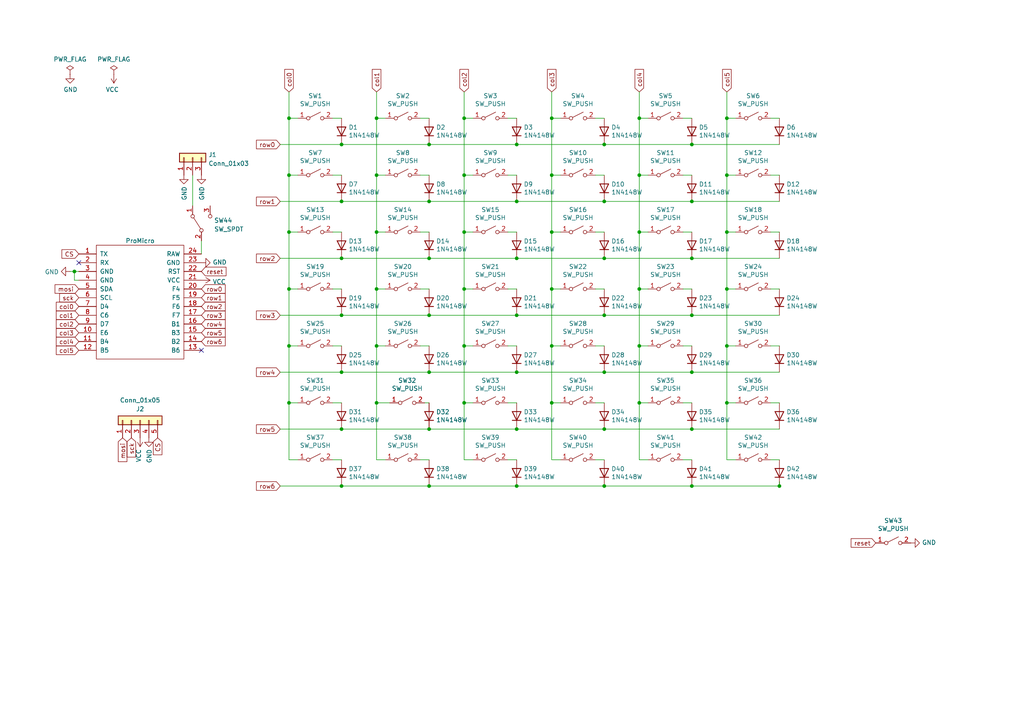
<source format=kicad_sch>
(kicad_sch (version 20211123) (generator eeschema)
  (paper "A4")
  (title_block (title "REVIUNG41") (date "2019-12-18") (rev "1.3"))
  (lib_symbols
    (symbol "Connector_Generic:Conn_01x03" (pin_names (offset 1.016) hide)
      (property "Reference" "J" (at 0 5.08 0))
      (property "Value" "Conn_01x03" (at 0 -5.08 0))
      (symbol "Conn_01x03_1_1"
        (rectangle (start -1.27 -2.413) (end 0 -2.667) (stroke (width 0.1524)))
        (rectangle (start -1.27 0.127) (end 0 -0.127) (stroke (width 0.1524)))
        (rectangle (start -1.27 2.667) (end 0 2.413) (stroke (width 0.1524)))
        (rectangle (start -1.27 3.81) (end 1.27 -3.81) (stroke (width 0.254)) (fill (type background)))
        (pin passive line (at -5.08 2.54 0) (length 3.81) (name "Pin_1") (number "1"))
        (pin passive line (at -5.08 0 0) (length 3.81) (name "Pin_2") (number "2"))
        (pin passive line (at -5.08 -2.54 0) (length 3.81) (name "Pin_3") (number "3"))
      )
    )
    (symbol "Connector_Generic:Conn_01x05" (pin_names (offset 1.016) hide)
      (property "Reference" "J" (at 0 7.62 0))
      (property "Value" "Conn_01x05" (at 0 -7.62 0))
      (symbol "Conn_01x05_1_1"
        (rectangle (start -1.27 -4.953) (end 0 -5.207) (stroke (width 0.1524)))
        (rectangle (start -1.27 -2.413) (end 0 -2.667) (stroke (width 0.1524)))
        (rectangle (start -1.27 0.127) (end 0 -0.127) (stroke (width 0.1524)))
        (rectangle (start -1.27 2.667) (end 0 2.413) (stroke (width 0.1524)))
        (rectangle (start -1.27 5.207) (end 0 4.953) (stroke (width 0.1524)))
        (rectangle (start -1.27 6.35) (end 1.27 -6.35) (stroke (width 0.254)) (fill (type background)))
        (pin passive line (at -5.08 5.08 0) (length 3.81) (name "Pin_1") (number "1"))
        (pin passive line (at -5.08 2.54 0) (length 3.81) (name "Pin_2") (number "2"))
        (pin passive line (at -5.08 0 0) (length 3.81) (name "Pin_3") (number "3"))
        (pin passive line (at -5.08 -2.54 0) (length 3.81) (name "Pin_4") (number "4"))
        (pin passive line (at -5.08 -5.08 0) (length 3.81) (name "Pin_5") (number "5"))
      )
    )
    (symbol "Diode:1N4148W" (pin_numbers hide) (pin_names hide)
      (property "Reference" "D" (at 0 2.54 0))
      (property "Value" "1N4148W" (at 0 -2.54 0))
      (symbol "1N4148W_0_1"
        (polyline (pts (xy -1.27 1.27) (xy -1.27 -1.27)) (stroke (width 0.254)))
        (polyline (pts (xy 1.27 0) (xy -1.27 0)))
        (polyline (pts (xy 1.27 1.27) (xy 1.27 -1.27) (xy -1.27 0) (xy 1.27 1.27)) (stroke (width 0.254)))
      )
      (symbol "1N4148W_1_1"
        (pin passive line (at -3.81 0 0) (length 2.54) (name "K") (number "1"))
        (pin passive line (at 3.81 0 180) (length 2.54) (name "A") (number "2"))
      )
    )
    (symbol "Switch:SW_SPDT" (pin_names (offset 0) hide)
      (property "Reference" "SW" (at 0 4.318 0))
      (property "Value" "SW_SPDT" (at 0 -5.08 0))
      (symbol "SW_SPDT_0_0"
        (circle (center -2.032 0) (radius 0.508))
        (circle (center 2.032 -2.54) (radius 0.508))
      )
      (symbol "SW_SPDT_0_1"
        (polyline (pts (xy -1.524 0.254) (xy 1.651 2.286)))
        (circle (center 2.032 2.54) (radius 0.508))
      )
      (symbol "SW_SPDT_1_1"
        (pin passive line (at 5.08 2.54 180) (length 2.54) (name "A") (number "1"))
        (pin passive line (at -5.08 0 0) (length 2.54) (name "B") (number "2"))
        (pin passive line (at 5.08 -2.54 180) (length 2.54) (name "C") (number "3"))
      )
    )
    (symbol "Switch:SW_SPST" (pin_names (offset 0) hide)
      (property "Reference" "SW" (at 0 3.175 0))
      (property "Value" "SW_SPST" (at 0 -2.54 0))
      (symbol "SW_SPST_0_0"
        (circle (center -2.032 0) (radius 0.508))
        (polyline (pts (xy -1.524 0.254) (xy 1.524 1.778)))
        (circle (center 2.032 0) (radius 0.508))
      )
      (symbol "SW_SPST_1_1"
        (pin passive line (at -5.08 0 0) (length 2.54) (name "A") (number "1"))
        (pin passive line (at 5.08 0 180) (length 2.54) (name "B") (number "2"))
      )
    )
    (symbol "power:GND" (power) (pin_names (offset 0))
      (property "Value" "GND" (at 0 -3.81 0))
      (symbol "GND_0_1"
        (polyline (pts (xy 0 0) (xy 0 -1.27) (xy 1.27 -1.27) (xy 0 -2.54) (xy -1.27 -1.27) (xy 0 -1.27)))
      )
      (symbol "GND_1_1"
        (pin power_in line (at 0 0 270) (length 0) hide (name "GND") (number "1"))
      )
    )
    (symbol "power:PWR_FLAG" (power) (pin_numbers hide) (pin_names (offset 0) hide)
      (property "Value" "PWR_FLAG" (at 0 3.81 0))
      (symbol "PWR_FLAG_0_0"
        (pin power_out line (at 0 0 90) (length 0) (name "pwr") (number "1"))
      )
      (symbol "PWR_FLAG_0_1"
        (polyline (pts (xy 0 0) (xy 0 1.27) (xy -1.016 1.905) (xy 0 2.54) (xy 1.016 1.905) (xy 0 1.27)))
      )
    )
    (symbol "power:VCC" (power) (pin_names (offset 0))
      (property "Value" "VCC" (at 0 3.81 0))
      (symbol "VCC_0_1"
        (polyline (pts (xy -0.762 1.27) (xy 0 2.54)))
        (polyline (pts (xy 0 0) (xy 0 2.54)))
        (polyline (pts (xy 0 2.54) (xy 0.762 1.27)))
      )
      (symbol "VCC_1_1"
        (pin power_in line (at 0 0 90) (length 0) hide (name "VCC") (number "1"))
      )
    )
    (symbol "promicro:ProMicro" (pin_names (offset 1.016))
      (property "Reference" "U" (at 0 24.13 0))
      (property "Value" "ProMicro" (at 0 -13.97 0))
      (symbol "ProMicro_0_1"
        (rectangle (start -12.7 21.59) (end 12.7 -11.43))
      )
      (symbol "ProMicro_1_1"
        (pin bidirectional line (at -17.78 19.05 0) (length 5.08) (name "TX") (number "1"))
        (pin bidirectional line (at -17.78 -3.81 0) (length 5.08) (name "E6") (number "10"))
        (pin bidirectional line (at -17.78 -6.35 0) (length 5.08) (name "B4") (number "11"))
        (pin bidirectional line (at -17.78 -8.89 0) (length 5.08) (name "B5") (number "12"))
        (pin bidirectional line (at 17.78 -8.89 180) (length 5.08) (name "B6") (number "13"))
        (pin bidirectional line (at 17.78 -6.35 180) (length 5.08) (name "B2") (number "14"))
        (pin bidirectional line (at 17.78 -3.81 180) (length 5.08) (name "B3") (number "15"))
        (pin bidirectional line (at 17.78 -1.27 180) (length 5.08) (name "B1") (number "16"))
        (pin bidirectional line (at 17.78 1.27 180) (length 5.08) (name "F7") (number "17"))
        (pin bidirectional line (at 17.78 3.81 180) (length 5.08) (name "F6") (number "18"))
        (pin bidirectional line (at 17.78 6.35 180) (length 5.08) (name "F5") (number "19"))
        (pin bidirectional line (at -17.78 16.51 0) (length 5.08) (name "RX") (number "2"))
        (pin bidirectional line (at 17.78 8.89 180) (length 5.08) (name "F4") (number "20"))
        (pin power_in line (at 17.78 11.43 180) (length 5.08) (name "VCC") (number "21"))
        (pin input line (at 17.78 13.97 180) (length 5.08) (name "RST") (number "22"))
        (pin power_in line (at 17.78 16.51 180) (length 5.08) (name "GND") (number "23"))
        (pin power_out line (at 17.78 19.05 180) (length 5.08) (name "RAW") (number "24"))
        (pin power_in line (at -17.78 13.97 0) (length 5.08) (name "GND") (number "3"))
        (pin power_in line (at -17.78 11.43 0) (length 5.08) (name "GND") (number "4"))
        (pin bidirectional line (at -17.78 8.89 0) (length 5.08) (name "SDA") (number "5"))
        (pin bidirectional line (at -17.78 6.35 0) (length 5.08) (name "SCL") (number "6"))
        (pin bidirectional line (at -17.78 3.81 0) (length 5.08) (name "D4") (number "7"))
        (pin bidirectional line (at -17.78 1.27 0) (length 5.08) (name "C6") (number "8"))
        (pin bidirectional line (at -17.78 -1.27 0) (length 5.08) (name "D7") (number "9"))
      )
    )
  )
  (junction (at 160.02 67.31))
  (junction (at 83.82 67.31))
  (junction (at 185.42 100.33))
  (junction (at 109.22 67.31))
  (junction (at 134.62 67.31))
  (junction (at 134.62 34.29))
  (junction (at 109.22 50.8))
  (junction (at 99.06 74.93))
  (junction (at 210.82 50.8))
  (junction (at 160.02 116.84))
  (junction (at 185.42 83.82))
  (junction (at 21.59 78.74))
  (junction (at 109.22 83.82))
  (junction (at 124.46 91.44))
  (junction (at 175.26 74.93))
  (junction (at 109.22 116.84))
  (junction (at 149.86 41.91))
  (junction (at 99.06 58.42))
  (junction (at 124.46 107.95))
  (junction (at 83.82 100.33))
  (junction (at 149.86 58.42))
  (junction (at 99.06 91.44))
  (junction (at 149.86 140.97))
  (junction (at 124.46 74.93))
  (junction (at 200.66 124.46))
  (junction (at 200.66 91.44))
  (junction (at 185.42 67.31))
  (junction (at 149.86 91.44))
  (junction (at 200.66 74.93))
  (junction (at 175.26 91.44))
  (junction (at 160.02 50.8))
  (junction (at 124.46 58.42))
  (junction (at 149.86 74.93))
  (junction (at 160.02 100.33))
  (junction (at 134.62 116.84))
  (junction (at 185.42 34.29))
  (junction (at 99.06 140.97))
  (junction (at 124.46 41.91))
  (junction (at 83.82 50.8))
  (junction (at 200.66 140.97))
  (junction (at 200.66 58.42))
  (junction (at 160.02 83.82))
  (junction (at 124.46 140.97))
  (junction (at 175.26 41.91))
  (junction (at 109.22 100.33))
  (junction (at 200.66 107.95))
  (junction (at 175.26 107.95))
  (junction (at 160.02 34.29))
  (junction (at 83.82 34.29))
  (junction (at 210.82 100.33))
  (junction (at 175.26 124.46))
  (junction (at 99.06 107.95))
  (junction (at 134.62 100.33))
  (junction (at 134.62 50.8))
  (junction (at 109.22 34.29))
  (junction (at 175.26 140.97))
  (junction (at 185.42 50.8))
  (junction (at 210.82 116.84))
  (junction (at 99.06 124.46))
  (junction (at 200.66 41.91))
  (junction (at 83.82 116.84))
  (junction (at 83.82 83.82))
  (junction (at 210.82 67.31))
  (junction (at 149.86 124.46))
  (junction (at 124.46 124.46))
  (junction (at 175.26 58.42))
  (junction (at 210.82 34.29))
  (junction (at 149.86 107.95))
  (junction (at 134.62 83.82))
  (junction (at 99.06 41.91))
  (junction (at 226.06 140.97))
  (junction (at 185.42 116.84))
  (junction (at 210.82 83.82))
  (no_connect (at 58.42 101.6))
  (no_connect (at 22.86 76.2))
  (wire (pts (xy 109.22 26.67) (xy 109.22 34.29)))
  (wire (pts (xy 81.28 124.46) (xy 99.06 124.46)))
  (wire (pts (xy 198.12 116.84) (xy 200.66 116.84)))
  (wire (pts (xy 213.36 116.84) (xy 210.82 116.84)))
  (wire (pts (xy 185.42 83.82) (xy 185.42 100.33)))
  (wire (pts (xy 113.03 116.84) (xy 109.22 116.84)))
  (wire (pts (xy 109.22 67.31) (xy 109.22 83.82)))
  (wire (pts (xy 160.02 116.84) (xy 160.02 133.35)))
  (wire (pts (xy 121.92 133.35) (xy 124.46 133.35)))
  (wire (pts (xy 200.66 91.44) (xy 226.06 91.44)))
  (wire (pts (xy 175.26 58.42) (xy 200.66 58.42)))
  (wire (pts (xy 187.96 116.84) (xy 185.42 116.84)))
  (wire (pts (xy 223.52 100.33) (xy 226.06 100.33)))
  (wire (pts (xy 81.28 74.93) (xy 99.06 74.93)))
  (wire (pts (xy 121.92 83.82) (xy 124.46 83.82)))
  (wire (pts (xy 96.52 116.84) (xy 99.06 116.84)))
  (wire (pts (xy 137.16 67.31) (xy 134.62 67.31)))
  (wire (pts (xy 185.42 50.8) (xy 185.42 67.31)))
  (wire (pts (xy 223.52 83.82) (xy 226.06 83.82)))
  (wire (pts (xy 172.72 34.29) (xy 175.26 34.29)))
  (wire (pts (xy 200.66 74.93) (xy 226.06 74.93)))
  (wire (pts (xy 223.52 34.29) (xy 226.06 34.29)))
  (wire (pts (xy 172.72 50.8) (xy 175.26 50.8)))
  (wire (pts (xy 210.82 67.31) (xy 210.82 83.82)))
  (wire (pts (xy 121.92 67.31) (xy 124.46 67.31)))
  (wire (pts (xy 81.28 41.91) (xy 99.06 41.91)))
  (wire (pts (xy 111.76 100.33) (xy 109.22 100.33)))
  (wire (pts (xy 160.02 26.67) (xy 160.02 34.29)))
  (wire (pts (xy 99.06 124.46) (xy 124.46 124.46)))
  (wire (pts (xy 147.32 67.31) (xy 149.86 67.31)))
  (wire (pts (xy 172.72 133.35) (xy 175.26 133.35)))
  (wire (pts (xy 160.02 100.33) (xy 160.02 116.84)))
  (wire (pts (xy 210.82 26.67) (xy 210.82 34.29)))
  (wire (pts (xy 109.22 34.29) (xy 109.22 50.8)))
  (wire (pts (xy 160.02 50.8) (xy 160.02 67.31)))
  (wire (pts (xy 210.82 50.8) (xy 210.82 67.31)))
  (wire (pts (xy 187.96 100.33) (xy 185.42 100.33)))
  (wire (pts (xy 22.86 78.74) (xy 21.59 78.74)))
  (wire (pts (xy 109.22 83.82) (xy 109.22 100.33)))
  (wire (pts (xy 172.72 83.82) (xy 175.26 83.82)))
  (wire (pts (xy 213.36 50.8) (xy 210.82 50.8)))
  (wire (pts (xy 162.56 100.33) (xy 160.02 100.33)))
  (wire (pts (xy 21.59 81.28) (xy 21.59 78.74)))
  (wire (pts (xy 137.16 100.33) (xy 134.62 100.33)))
  (wire (pts (xy 160.02 83.82) (xy 160.02 100.33)))
  (wire (pts (xy 121.92 100.33) (xy 124.46 100.33)))
  (wire (pts (xy 83.82 116.84) (xy 83.82 133.35)))
  (wire (pts (xy 175.26 74.93) (xy 200.66 74.93)))
  (wire (pts (xy 200.66 107.95) (xy 226.06 107.95)))
  (wire (pts (xy 99.06 41.91) (xy 124.46 41.91)))
  (wire (pts (xy 223.52 50.8) (xy 226.06 50.8)))
  (wire (pts (xy 124.46 41.91) (xy 149.86 41.91)))
  (wire (pts (xy 172.72 116.84) (xy 175.26 116.84)))
  (wire (pts (xy 210.82 83.82) (xy 210.82 100.33)))
  (wire (pts (xy 81.28 107.95) (xy 99.06 107.95)))
  (wire (pts (xy 160.02 34.29) (xy 160.02 50.8)))
  (wire (pts (xy 185.42 34.29) (xy 185.42 50.8)))
  (wire (pts (xy 226.06 139.7) (xy 226.06 140.97)))
  (wire (pts (xy 200.66 124.46) (xy 226.06 124.46)))
  (wire (pts (xy 96.52 50.8) (xy 99.06 50.8)))
  (wire (pts (xy 149.86 140.97) (xy 175.26 140.97)))
  (wire (pts (xy 124.46 58.42) (xy 149.86 58.42)))
  (wire (pts (xy 83.82 50.8) (xy 83.82 67.31)))
  (wire (pts (xy 200.66 140.97) (xy 226.06 140.97)))
  (wire (pts (xy 147.32 100.33) (xy 149.86 100.33)))
  (wire (pts (xy 160.02 116.84) (xy 162.56 116.84)))
  (wire (pts (xy 149.86 107.95) (xy 175.26 107.95)))
  (wire (pts (xy 86.36 67.31) (xy 83.82 67.31)))
  (wire (pts (xy 210.82 100.33) (xy 210.82 116.84)))
  (wire (pts (xy 134.62 83.82) (xy 134.62 100.33)))
  (wire (pts (xy 83.82 83.82) (xy 83.82 100.33)))
  (wire (pts (xy 124.46 91.44) (xy 149.86 91.44)))
  (wire (pts (xy 162.56 50.8) (xy 160.02 50.8)))
  (wire (pts (xy 109.22 100.33) (xy 109.22 116.84)))
  (wire (pts (xy 99.06 107.95) (xy 124.46 107.95)))
  (wire (pts (xy 81.28 140.97) (xy 99.06 140.97)))
  (wire (pts (xy 134.62 100.33) (xy 134.62 116.84)))
  (wire (pts (xy 147.32 34.29) (xy 149.86 34.29)))
  (wire (pts (xy 185.42 26.67) (xy 185.42 34.29)))
  (wire (pts (xy 213.36 100.33) (xy 210.82 100.33)))
  (wire (pts (xy 96.52 83.82) (xy 99.06 83.82)))
  (wire (pts (xy 21.59 78.74) (xy 20.32 78.74)))
  (wire (pts (xy 149.86 58.42) (xy 175.26 58.42)))
  (wire (pts (xy 137.16 116.84) (xy 134.62 116.84)))
  (wire (pts (xy 137.16 133.35) (xy 134.62 133.35)))
  (wire (pts (xy 86.36 133.35) (xy 83.82 133.35)))
  (wire (pts (xy 86.36 50.8) (xy 83.82 50.8)))
  (wire (pts (xy 58.42 69.85) (xy 58.42 73.66)))
  (wire (pts (xy 124.46 107.95) (xy 149.86 107.95)))
  (wire (pts (xy 187.96 133.35) (xy 185.42 133.35)))
  (wire (pts (xy 223.52 116.84) (xy 226.06 116.84)))
  (wire (pts (xy 99.06 140.97) (xy 124.46 140.97)))
  (wire (pts (xy 175.26 91.44) (xy 200.66 91.44)))
  (wire (pts (xy 134.62 34.29) (xy 134.62 50.8)))
  (wire (pts (xy 160.02 67.31) (xy 160.02 83.82)))
  (wire (pts (xy 162.56 133.35) (xy 160.02 133.35)))
  (wire (pts (xy 124.46 74.93) (xy 149.86 74.93)))
  (wire (pts (xy 147.32 133.35) (xy 149.86 133.35)))
  (wire (pts (xy 86.36 116.84) (xy 83.82 116.84)))
  (wire (pts (xy 134.62 26.67) (xy 134.62 34.29)))
  (wire (pts (xy 198.12 133.35) (xy 200.66 133.35)))
  (wire (pts (xy 81.28 58.42) (xy 99.06 58.42)))
  (wire (pts (xy 134.62 116.84) (xy 134.62 133.35)))
  (wire (pts (xy 210.82 116.84) (xy 210.82 133.35)))
  (wire (pts (xy 109.22 50.8) (xy 109.22 67.31)))
  (wire (pts (xy 134.62 67.31) (xy 134.62 83.82)))
  (wire (pts (xy 175.26 107.95) (xy 200.66 107.95)))
  (wire (pts (xy 162.56 34.29) (xy 160.02 34.29)))
  (wire (pts (xy 111.76 50.8) (xy 109.22 50.8)))
  (wire (pts (xy 198.12 34.29) (xy 200.66 34.29)))
  (wire (pts (xy 147.32 50.8) (xy 149.86 50.8)))
  (wire (pts (xy 111.76 34.29) (xy 109.22 34.29)))
  (wire (pts (xy 223.52 133.35) (xy 226.06 133.35)))
  (wire (pts (xy 147.32 83.82) (xy 149.86 83.82)))
  (wire (pts (xy 123.19 116.84) (xy 124.46 116.84)))
  (wire (pts (xy 149.86 41.91) (xy 175.26 41.91)))
  (wire (pts (xy 99.06 58.42) (xy 124.46 58.42)))
  (wire (pts (xy 187.96 83.82) (xy 185.42 83.82)))
  (wire (pts (xy 109.22 116.84) (xy 109.22 133.35)))
  (wire (pts (xy 200.66 41.91) (xy 226.06 41.91)))
  (wire (pts (xy 185.42 116.84) (xy 185.42 133.35)))
  (wire (pts (xy 213.36 133.35) (xy 210.82 133.35)))
  (wire (pts (xy 149.86 91.44) (xy 175.26 91.44)))
  (wire (pts (xy 172.72 67.31) (xy 175.26 67.31)))
  (wire (pts (xy 55.88 50.8) (xy 55.88 59.69)))
  (wire (pts (xy 213.36 67.31) (xy 210.82 67.31)))
  (wire (pts (xy 200.66 58.42) (xy 226.06 58.42)))
  (wire (pts (xy 86.36 83.82) (xy 83.82 83.82)))
  (wire (pts (xy 149.86 124.46) (xy 175.26 124.46)))
  (wire (pts (xy 175.26 41.91) (xy 200.66 41.91)))
  (wire (pts (xy 198.12 67.31) (xy 200.66 67.31)))
  (wire (pts (xy 175.26 140.97) (xy 200.66 140.97)))
  (wire (pts (xy 162.56 67.31) (xy 160.02 67.31)))
  (wire (pts (xy 83.82 100.33) (xy 83.82 116.84)))
  (wire (pts (xy 175.26 100.33) (xy 172.72 100.33)))
  (wire (pts (xy 99.06 91.44) (xy 124.46 91.44)))
  (wire (pts (xy 198.12 100.33) (xy 200.66 100.33)))
  (wire (pts (xy 223.52 67.31) (xy 226.06 67.31)))
  (wire (pts (xy 162.56 83.82) (xy 160.02 83.82)))
  (wire (pts (xy 124.46 140.97) (xy 149.86 140.97)))
  (wire (pts (xy 185.42 100.33) (xy 185.42 116.84)))
  (wire (pts (xy 185.42 67.31) (xy 185.42 83.82)))
  (wire (pts (xy 96.52 34.29) (xy 99.06 34.29)))
  (wire (pts (xy 83.82 34.29) (xy 83.82 50.8)))
  (wire (pts (xy 22.86 81.28) (xy 21.59 81.28)))
  (wire (pts (xy 175.26 124.46) (xy 200.66 124.46)))
  (wire (pts (xy 99.06 74.93) (xy 124.46 74.93)))
  (wire (pts (xy 99.06 133.35) (xy 96.52 133.35)))
  (wire (pts (xy 210.82 34.29) (xy 210.82 50.8)))
  (wire (pts (xy 86.36 100.33) (xy 83.82 100.33)))
  (wire (pts (xy 134.62 50.8) (xy 134.62 67.31)))
  (wire (pts (xy 187.96 67.31) (xy 185.42 67.31)))
  (wire (pts (xy 124.46 124.46) (xy 149.86 124.46)))
  (wire (pts (xy 83.82 67.31) (xy 83.82 83.82)))
  (wire (pts (xy 99.06 67.31) (xy 96.52 67.31)))
  (wire (pts (xy 99.06 100.33) (xy 96.52 100.33)))
  (wire (pts (xy 86.36 34.29) (xy 83.82 34.29)))
  (wire (pts (xy 137.16 83.82) (xy 134.62 83.82)))
  (wire (pts (xy 213.36 34.29) (xy 210.82 34.29)))
  (wire (pts (xy 198.12 83.82) (xy 200.66 83.82)))
  (wire (pts (xy 111.76 83.82) (xy 109.22 83.82)))
  (wire (pts (xy 187.96 34.29) (xy 185.42 34.29)))
  (wire (pts (xy 137.16 34.29) (xy 134.62 34.29)))
  (wire (pts (xy 149.86 74.93) (xy 175.26 74.93)))
  (wire (pts (xy 198.12 50.8) (xy 200.66 50.8)))
  (wire (pts (xy 81.28 91.44) (xy 99.06 91.44)))
  (wire (pts (xy 147.32 116.84) (xy 149.86 116.84)))
  (wire (pts (xy 121.92 50.8) (xy 124.46 50.8)))
  (wire (pts (xy 109.22 133.35) (xy 111.76 133.35)))
  (wire (pts (xy 111.76 67.31) (xy 109.22 67.31)))
  (wire (pts (xy 121.92 34.29) (xy 124.46 34.29)))
  (wire (pts (xy 137.16 50.8) (xy 134.62 50.8)))
  (wire (pts (xy 213.36 83.82) (xy 210.82 83.82)))
  (wire (pts (xy 187.96 50.8) (xy 185.42 50.8)))
  (wire (pts (xy 83.82 26.67) (xy 83.82 34.29)))
  (global_label "col2" (shape input) (at 22.86 93.98 180) (property "Intersheet References" "${INTERSHEET_REFS}" (effects hide)))
  (global_label "row0" (shape input) (at 58.42 83.82 0) (property "Intersheet References" "${INTERSHEET_REFS}" (effects hide)))
  (global_label "col5" (shape input) (at 22.86 101.6 180) (property "Intersheet References" "${INTERSHEET_REFS}" (effects hide)))
  (global_label "col3" (shape input) (at 22.86 96.52 180) (property "Intersheet References" "${INTERSHEET_REFS}" (effects hide)))
  (global_label "row4" (shape input) (at 81.28 107.95 180) (property "Intersheet References" "${INTERSHEET_REFS}" (effects hide)))
  (global_label "mosi" (shape input) (at 35.56 127 270) (property "Intersheet References" "${INTERSHEET_REFS}" (effects hide)))
  (global_label "CS" (shape input) (at 22.86 73.66 180) (property "Intersheet References" "${INTERSHEET_REFS}" (effects hide)))
  (global_label "row6" (shape input) (at 81.28 140.97 180) (property "Intersheet References" "${INTERSHEET_REFS}" (effects hide)))
  (global_label "row3" (shape input) (at 81.28 91.44 180) (property "Intersheet References" "${INTERSHEET_REFS}" (effects hide)))
  (global_label "row5" (shape input) (at 81.28 124.46 180) (property "Intersheet References" "${INTERSHEET_REFS}" (effects hide)))
  (global_label "row3" (shape input) (at 58.42 91.44 0) (property "Intersheet References" "${INTERSHEET_REFS}" (effects hide)))
  (global_label "col2" (shape input) (at 134.62 26.67 90) (property "Intersheet References" "${INTERSHEET_REFS}" (effects hide)))
  (global_label "mosi" (shape input) (at 22.86 83.82 180) (property "Intersheet References" "${INTERSHEET_REFS}" (effects hide)))
  (global_label "row5" (shape input) (at 58.42 96.52 0) (property "Intersheet References" "${INTERSHEET_REFS}" (effects hide)))
  (global_label "row2" (shape input) (at 81.28 74.93 180) (property "Intersheet References" "${INTERSHEET_REFS}" (effects hide)))
  (global_label "col5" (shape input) (at 210.82 26.67 90) (property "Intersheet References" "${INTERSHEET_REFS}" (effects hide)))
  (global_label "row1" (shape input) (at 81.28 58.42 180) (property "Intersheet References" "${INTERSHEET_REFS}" (effects hide)))
  (global_label "sck" (shape input) (at 38.1 127 270) (property "Intersheet References" "${INTERSHEET_REFS}" (effects hide)))
  (global_label "reset" (shape input) (at 254 157.48 180) (property "Intersheet References" "${INTERSHEET_REFS}" (effects hide)))
  (global_label "row6" (shape input) (at 58.42 99.06 0) (property "Intersheet References" "${INTERSHEET_REFS}" (effects hide)))
  (global_label "col4" (shape input) (at 22.86 99.06 180) (property "Intersheet References" "${INTERSHEET_REFS}" (effects hide)))
  (global_label "col0" (shape input) (at 22.86 88.9 180) (property "Intersheet References" "${INTERSHEET_REFS}" (effects hide)))
  (global_label "col1" (shape input) (at 22.86 91.44 180) (property "Intersheet References" "${INTERSHEET_REFS}" (effects hide)))
  (global_label "col1" (shape input) (at 109.22 26.67 90) (property "Intersheet References" "${INTERSHEET_REFS}" (effects hide)))
  (global_label "row2" (shape input) (at 58.42 88.9 0) (property "Intersheet References" "${INTERSHEET_REFS}" (effects hide)))
  (global_label "row1" (shape input) (at 58.42 86.36 0) (property "Intersheet References" "${INTERSHEET_REFS}" (effects hide)))
  (global_label "col0" (shape input) (at 83.82 26.67 90) (property "Intersheet References" "${INTERSHEET_REFS}" (effects hide)))
  (global_label "col4" (shape input) (at 185.42 26.67 90) (property "Intersheet References" "${INTERSHEET_REFS}" (effects hide)))
  (global_label "sck" (shape input) (at 22.86 86.36 180) (property "Intersheet References" "${INTERSHEET_REFS}" (effects hide)))
  (global_label "col3" (shape input) (at 160.02 26.67 90) (property "Intersheet References" "${INTERSHEET_REFS}" (effects hide)))
  (global_label "row4" (shape input) (at 58.42 93.98 0) (property "Intersheet References" "${INTERSHEET_REFS}" (effects hide)))
  (global_label "CS" (shape input) (at 45.72 127 270) (property "Intersheet References" "${INTERSHEET_REFS}" (effects hide)))
  (global_label "reset" (shape input) (at 58.42 78.74 0) (property "Intersheet References" "${INTERSHEET_REFS}" (effects hide)))
  (global_label "row0" (shape input) (at 81.28 41.91 180) (property "Intersheet References" "${INTERSHEET_REFS}" (effects hide)))
  (symbol (lib_id "power:PWR_FLAG") (at 20.32 21.59 0) (unit 1)
    (property "Reference" "#FLG01" (effects hide))
    (property "Value" "PWR_FLAG" (at 20.32 17.1958 0))
  )
  (symbol (lib_id "power:GND") (at 20.32 21.59 0) (unit 1)
    (property "Reference" "#PWR01" (effects hide))
    (property "Value" "GND" (at 20.447 25.9842 0))
  )
  (symbol (lib_id "power:PWR_FLAG") (at 33.02 21.59 0) (unit 1)
    (property "Reference" "#FLG02" (effects hide))
    (property "Value" "PWR_FLAG" (at 33.02 17.1958 0))
  )
  (symbol (lib_id "power:VCC") (at 33.02 21.59 180) (unit 1)
    (property "Reference" "#PWR02" (effects hide))
    (property "Value" "VCC" (at 32.5628 25.9842 0))
  )
  (symbol (lib_id "power:GND") (at 58.42 76.2 90) (unit 1)
    (property "Reference" "#PWR03" (effects hide))
    (property "Value" "GND" (at 61.6712 76.073 90) (effects (justify right)))
  )
  (symbol (lib_id "power:VCC") (at 58.42 81.28 270) (unit 1)
    (property "Reference" "#PWR05" (effects hide))
    (property "Value" "VCC" (at 61.6712 81.7118 90) (effects (justify left)))
  )
  (symbol (lib_id "power:GND") (at 20.32 78.74 270) (unit 1)
    (property "Reference" "#PWR04" (effects hide))
    (property "Value" "GND" (at 17.0688 78.867 90) (effects (justify right)))
  )
  (symbol (lib_id "Switch:SW_SPST") (at 91.44 34.29 0) (unit 1)
    (property "Reference" "SW1" (at 91.44 27.813 0))
    (property "Value" "SW_PUSH" (at 91.44 30.1244 0))
    (property "Footprint" "Switch_Keyboard_Hotswap_Kailh:SW_Hotswap_Kailh_MX_1.00u" (effects hide))
  )
  (symbol (lib_id "Diode:1N4148W") (at 99.06 38.1 90) (unit 1)
    (property "Reference" "D1" (at 101.092 36.9316 90) (effects (justify right)))
    (property "Value" "1N4148W" (at 101.092 39.243 90) (effects (justify right)))
    (property "Footprint" "Diode_SMD:D_SOD-123" (effects hide))
    (property "Datasheet" "https://www.vishay.com/docs/85748/1n4148w.pdf" (effects hide))
  )
  (symbol (lib_id "Diode:1N4148W") (at 124.46 38.1 90) (unit 1)
    (property "Reference" "D2" (at 126.492 36.9316 90) (effects (justify right)))
    (property "Value" "1N4148W" (at 126.492 39.243 90) (effects (justify right)))
    (property "Footprint" "Diode_SMD:D_SOD-123" (effects hide))
    (property "Datasheet" "https://www.vishay.com/docs/85748/1n4148w.pdf" (effects hide))
  )
  (symbol (lib_id "Diode:1N4148W") (at 149.86 38.1 90) (unit 1)
    (property "Reference" "D3" (at 151.892 36.9316 90) (effects (justify right)))
    (property "Value" "1N4148W" (at 151.892 39.243 90) (effects (justify right)))
    (property "Footprint" "Diode_SMD:D_SOD-123" (effects hide))
    (property "Datasheet" "https://www.vishay.com/docs/85748/1n4148w.pdf" (effects hide))
  )
  (symbol (lib_id "Diode:1N4148W") (at 175.26 38.1 90) (unit 1)
    (property "Reference" "D4" (at 177.292 36.9316 90) (effects (justify right)))
    (property "Value" "1N4148W" (at 177.292 39.243 90) (effects (justify right)))
    (property "Footprint" "Diode_SMD:D_SOD-123" (effects hide))
    (property "Datasheet" "https://www.vishay.com/docs/85748/1n4148w.pdf" (effects hide))
  )
  (symbol (lib_id "Diode:1N4148W") (at 200.66 38.1 90) (unit 1)
    (property "Reference" "D5" (at 202.692 36.9316 90) (effects (justify right)))
    (property "Value" "1N4148W" (at 202.692 39.243 90) (effects (justify right)))
    (property "Footprint" "Diode_SMD:D_SOD-123" (effects hide))
    (property "Datasheet" "https://www.vishay.com/docs/85748/1n4148w.pdf" (effects hide))
  )
  (symbol (lib_id "Diode:1N4148W") (at 226.06 38.1 90) (unit 1)
    (property "Reference" "D6" (at 228.092 36.9316 90) (effects (justify right)))
    (property "Value" "1N4148W" (at 228.092 39.243 90) (effects (justify right)))
    (property "Footprint" "Diode_SMD:D_SOD-123" (effects hide))
    (property "Datasheet" "https://www.vishay.com/docs/85748/1n4148w.pdf" (effects hide))
  )
  (symbol (lib_id "Diode:1N4148W") (at 175.26 54.61 90) (unit 1)
    (property "Reference" "D10" (at 177.292 53.4416 90) (effects (justify right)))
    (property "Value" "1N4148W" (at 177.292 55.753 90) (effects (justify right)))
    (property "Footprint" "Diode_SMD:D_SOD-123" (effects hide))
    (property "Datasheet" "https://www.vishay.com/docs/85748/1n4148w.pdf" (effects hide))
  )
  (symbol (lib_id "Diode:1N4148W") (at 149.86 54.61 90) (unit 1)
    (property "Reference" "D9" (at 151.892 53.4416 90) (effects (justify right)))
    (property "Value" "1N4148W" (at 151.892 55.753 90) (effects (justify right)))
    (property "Footprint" "Diode_SMD:D_SOD-123" (effects hide))
    (property "Datasheet" "https://www.vishay.com/docs/85748/1n4148w.pdf" (effects hide))
  )
  (symbol (lib_id "Diode:1N4148W") (at 124.46 54.61 90) (unit 1)
    (property "Reference" "D8" (at 126.492 53.4416 90) (effects (justify right)))
    (property "Value" "1N4148W" (at 126.492 55.753 90) (effects (justify right)))
    (property "Footprint" "Diode_SMD:D_SOD-123" (effects hide))
    (property "Datasheet" "https://www.vishay.com/docs/85748/1n4148w.pdf" (effects hide))
  )
  (symbol (lib_id "Diode:1N4148W") (at 99.06 54.61 90) (unit 1)
    (property "Reference" "D7" (at 101.092 53.4416 90) (effects (justify right)))
    (property "Value" "1N4148W" (at 101.092 55.753 90) (effects (justify right)))
    (property "Footprint" "Diode_SMD:D_SOD-123" (effects hide))
    (property "Datasheet" "https://www.vishay.com/docs/85748/1n4148w.pdf" (effects hide))
  )
  (symbol (lib_id "Diode:1N4148W") (at 200.66 54.61 90) (unit 1)
    (property "Reference" "D11" (at 202.692 53.4416 90) (effects (justify right)))
    (property "Value" "1N4148W" (at 202.692 55.753 90) (effects (justify right)))
    (property "Footprint" "Diode_SMD:D_SOD-123" (effects hide))
    (property "Datasheet" "https://www.vishay.com/docs/85748/1n4148w.pdf" (effects hide))
  )
  (symbol (lib_id "Diode:1N4148W") (at 226.06 54.61 90) (unit 1)
    (property "Reference" "D12" (at 228.092 53.4416 90) (effects (justify right)))
    (property "Value" "1N4148W" (at 228.092 55.753 90) (effects (justify right)))
    (property "Footprint" "Diode_SMD:D_SOD-123" (effects hide))
    (property "Datasheet" "https://www.vishay.com/docs/85748/1n4148w.pdf" (effects hide))
  )
  (symbol (lib_id "Diode:1N4148W") (at 175.26 71.12 90) (unit 1)
    (property "Reference" "D16" (at 177.292 69.9516 90) (effects (justify right)))
    (property "Value" "1N4148W" (at 177.292 72.263 90) (effects (justify right)))
    (property "Footprint" "Diode_SMD:D_SOD-123" (effects hide))
    (property "Datasheet" "https://www.vishay.com/docs/85748/1n4148w.pdf" (effects hide))
  )
  (symbol (lib_id "Diode:1N4148W") (at 149.86 71.12 90) (unit 1)
    (property "Reference" "D15" (at 151.892 69.9516 90) (effects (justify right)))
    (property "Value" "1N4148W" (at 151.892 72.263 90) (effects (justify right)))
    (property "Footprint" "Diode_SMD:D_SOD-123" (effects hide))
    (property "Datasheet" "https://www.vishay.com/docs/85748/1n4148w.pdf" (effects hide))
  )
  (symbol (lib_id "Diode:1N4148W") (at 124.46 71.12 90) (unit 1)
    (property "Reference" "D14" (at 126.492 69.9516 90) (effects (justify right)))
    (property "Value" "1N4148W" (at 126.492 72.263 90) (effects (justify right)))
    (property "Footprint" "Diode_SMD:D_SOD-123" (effects hide))
    (property "Datasheet" "https://www.vishay.com/docs/85748/1n4148w.pdf" (effects hide))
  )
  (symbol (lib_id "Diode:1N4148W") (at 99.06 71.12 90) (unit 1)
    (property "Reference" "D13" (at 101.092 69.9516 90) (effects (justify right)))
    (property "Value" "1N4148W" (at 101.092 72.263 90) (effects (justify right)))
    (property "Footprint" "Diode_SMD:D_SOD-123" (effects hide))
    (property "Datasheet" "https://www.vishay.com/docs/85748/1n4148w.pdf" (effects hide))
  )
  (symbol (lib_id "Diode:1N4148W") (at 200.66 71.12 90) (unit 1)
    (property "Reference" "D17" (at 202.692 69.9516 90) (effects (justify right)))
    (property "Value" "1N4148W" (at 202.692 72.263 90) (effects (justify right)))
    (property "Footprint" "Diode_SMD:D_SOD-123" (effects hide))
    (property "Datasheet" "https://www.vishay.com/docs/85748/1n4148w.pdf" (effects hide))
  )
  (symbol (lib_id "Diode:1N4148W") (at 226.06 71.12 90) (unit 1)
    (property "Reference" "D18" (at 228.092 69.9516 90) (effects (justify right)))
    (property "Value" "1N4148W" (at 228.092 72.263 90) (effects (justify right)))
    (property "Footprint" "Diode_SMD:D_SOD-123" (effects hide))
    (property "Datasheet" "https://www.vishay.com/docs/85748/1n4148w.pdf" (effects hide))
  )
  (symbol (lib_id "Diode:1N4148W") (at 175.26 87.63 90) (unit 1)
    (property "Reference" "D22" (at 177.292 86.4616 90) (effects (justify right)))
    (property "Value" "1N4148W" (at 177.292 88.773 90) (effects (justify right)))
    (property "Footprint" "Diode_SMD:D_SOD-123" (effects hide))
    (property "Datasheet" "https://www.vishay.com/docs/85748/1n4148w.pdf" (effects hide))
  )
  (symbol (lib_id "Diode:1N4148W") (at 149.86 87.63 90) (unit 1)
    (property "Reference" "D21" (at 151.892 86.4616 90) (effects (justify right)))
    (property "Value" "1N4148W" (at 151.892 88.773 90) (effects (justify right)))
    (property "Footprint" "Diode_SMD:D_SOD-123" (effects hide))
    (property "Datasheet" "https://www.vishay.com/docs/85748/1n4148w.pdf" (effects hide))
  )
  (symbol (lib_id "Diode:1N4148W") (at 124.46 87.63 90) (unit 1)
    (property "Reference" "D20" (at 126.492 86.4616 90) (effects (justify right)))
    (property "Value" "1N4148W" (at 126.492 88.773 90) (effects (justify right)))
    (property "Footprint" "Diode_SMD:D_SOD-123" (effects hide))
    (property "Datasheet" "https://www.vishay.com/docs/85748/1n4148w.pdf" (effects hide))
  )
  (symbol (lib_id "Diode:1N4148W") (at 99.06 87.63 90) (unit 1)
    (property "Reference" "D19" (at 101.092 86.4616 90) (effects (justify right)))
    (property "Value" "1N4148W" (at 101.092 88.773 90) (effects (justify right)))
    (property "Footprint" "Diode_SMD:D_SOD-123" (effects hide))
    (property "Datasheet" "https://www.vishay.com/docs/85748/1n4148w.pdf" (effects hide))
  )
  (symbol (lib_id "Diode:1N4148W") (at 200.66 87.63 90) (unit 1)
    (property "Reference" "D23" (at 202.692 86.4616 90) (effects (justify right)))
    (property "Value" "1N4148W" (at 202.692 88.773 90) (effects (justify right)))
    (property "Footprint" "Diode_SMD:D_SOD-123" (effects hide))
    (property "Datasheet" "https://www.vishay.com/docs/85748/1n4148w.pdf" (effects hide))
  )
  (symbol (lib_id "Diode:1N4148W") (at 226.06 87.63 90) (unit 1)
    (property "Reference" "D24" (at 228.092 86.4616 90) (effects (justify right)))
    (property "Value" "1N4148W" (at 228.092 88.773 90) (effects (justify right)))
    (property "Footprint" "Diode_SMD:D_SOD-123" (effects hide))
    (property "Datasheet" "https://www.vishay.com/docs/85748/1n4148w.pdf" (effects hide))
  )
  (symbol (lib_id "Diode:1N4148W") (at 175.26 104.14 90) (unit 1)
    (property "Reference" "D28" (at 177.292 102.9716 90) (effects (justify right)))
    (property "Value" "1N4148W" (at 177.292 105.283 90) (effects (justify right)))
    (property "Footprint" "Diode_SMD:D_SOD-123" (effects hide))
    (property "Datasheet" "https://www.vishay.com/docs/85748/1n4148w.pdf" (effects hide))
  )
  (symbol (lib_id "Diode:1N4148W") (at 149.86 104.14 90) (unit 1)
    (property "Reference" "D27" (at 151.892 102.9716 90) (effects (justify right)))
    (property "Value" "1N4148W" (at 151.892 105.283 90) (effects (justify right)))
    (property "Footprint" "Diode_SMD:D_SOD-123" (effects hide))
    (property "Datasheet" "https://www.vishay.com/docs/85748/1n4148w.pdf" (effects hide))
  )
  (symbol (lib_id "Diode:1N4148W") (at 124.46 104.14 90) (unit 1)
    (property "Reference" "D26" (at 126.492 102.9716 90) (effects (justify right)))
    (property "Value" "1N4148W" (at 126.492 105.283 90) (effects (justify right)))
    (property "Footprint" "Diode_SMD:D_SOD-123" (effects hide))
    (property "Datasheet" "https://www.vishay.com/docs/85748/1n4148w.pdf" (effects hide))
  )
  (symbol (lib_id "Diode:1N4148W") (at 99.06 104.14 90) (unit 1)
    (property "Reference" "D25" (at 101.092 102.9716 90) (effects (justify right)))
    (property "Value" "1N4148W" (at 101.092 105.283 90) (effects (justify right)))
    (property "Footprint" "Diode_SMD:D_SOD-123" (effects hide))
    (property "Datasheet" "https://www.vishay.com/docs/85748/1n4148w.pdf" (effects hide))
  )
  (symbol (lib_id "Diode:1N4148W") (at 200.66 104.14 90) (unit 1)
    (property "Reference" "D29" (at 202.692 102.9716 90) (effects (justify right)))
    (property "Value" "1N4148W" (at 202.692 105.283 90) (effects (justify right)))
    (property "Footprint" "Diode_SMD:D_SOD-123" (effects hide))
    (property "Datasheet" "https://www.vishay.com/docs/85748/1n4148w.pdf" (effects hide))
  )
  (symbol (lib_id "Diode:1N4148W") (at 226.06 104.14 90) (unit 1)
    (property "Reference" "D30" (at 228.092 102.9716 90) (effects (justify right)))
    (property "Value" "1N4148W" (at 228.092 105.283 90) (effects (justify right)))
    (property "Footprint" "Diode_SMD:D_SOD-123" (effects hide))
    (property "Datasheet" "https://www.vishay.com/docs/85748/1n4148w.pdf" (effects hide))
  )
  (symbol (lib_id "Diode:1N4148W") (at 175.26 120.65 90) (unit 1)
    (property "Reference" "D34" (at 177.292 119.4816 90) (effects (justify right)))
    (property "Value" "1N4148W" (at 177.292 121.793 90) (effects (justify right)))
    (property "Footprint" "Diode_SMD:D_SOD-123" (effects hide))
    (property "Datasheet" "https://www.vishay.com/docs/85748/1n4148w.pdf" (effects hide))
  )
  (symbol (lib_id "Diode:1N4148W") (at 149.86 120.65 90) (unit 1)
    (property "Reference" "D33" (at 151.892 119.4816 90) (effects (justify right)))
    (property "Value" "1N4148W" (at 151.892 121.793 90) (effects (justify right)))
    (property "Footprint" "Diode_SMD:D_SOD-123" (effects hide))
    (property "Datasheet" "https://www.vishay.com/docs/85748/1n4148w.pdf" (effects hide))
  )
  (symbol (lib_id "Diode:1N4148W") (at 124.46 120.65 90) (unit 1)
    (property "Reference" "D32" (at 126.492 119.4816 90) (effects (justify right)))
    (property "Value" "1N4148W" (at 126.492 121.793 90) (effects (justify right)))
    (property "Footprint" "Diode_SMD:D_SOD-123" (effects hide))
    (property "Datasheet" "https://www.vishay.com/docs/85748/1n4148w.pdf" (effects hide))
  )
  (symbol (lib_id "Diode:1N4148W") (at 99.06 120.65 90) (unit 1)
    (property "Reference" "D31" (at 101.092 119.4816 90) (effects (justify right)))
    (property "Value" "1N4148W" (at 101.092 121.793 90) (effects (justify right)))
    (property "Footprint" "Diode_SMD:D_SOD-123" (effects hide))
    (property "Datasheet" "https://www.vishay.com/docs/85748/1n4148w.pdf" (effects hide))
  )
  (symbol (lib_id "Diode:1N4148W") (at 200.66 120.65 90) (unit 1)
    (property "Reference" "D35" (at 202.692 119.4816 90) (effects (justify right)))
    (property "Value" "1N4148W" (at 202.692 121.793 90) (effects (justify right)))
    (property "Footprint" "Diode_SMD:D_SOD-123" (effects hide))
    (property "Datasheet" "https://www.vishay.com/docs/85748/1n4148w.pdf" (effects hide))
  )
  (symbol (lib_id "Diode:1N4148W") (at 226.06 120.65 90) (unit 1)
    (property "Reference" "D36" (at 228.092 119.4816 90) (effects (justify right)))
    (property "Value" "1N4148W" (at 228.092 121.793 90) (effects (justify right)))
    (property "Footprint" "Diode_SMD:D_SOD-123" (effects hide))
    (property "Datasheet" "https://www.vishay.com/docs/85748/1n4148w.pdf" (effects hide))
  )
  (symbol (lib_id "Diode:1N4148W") (at 175.26 137.16 90) (unit 1)
    (property "Reference" "D40" (at 177.292 135.9916 90) (effects (justify right)))
    (property "Value" "1N4148W" (at 177.292 138.303 90) (effects (justify right)))
    (property "Footprint" "Diode_SMD:D_SOD-123" (effects hide))
    (property "Datasheet" "https://www.vishay.com/docs/85748/1n4148w.pdf" (effects hide))
  )
  (symbol (lib_id "Diode:1N4148W") (at 149.86 137.16 90) (unit 1)
    (property "Reference" "D39" (at 151.892 135.9916 90) (effects (justify right)))
    (property "Value" "1N4148W" (at 151.892 138.303 90) (effects (justify right)))
    (property "Footprint" "Diode_SMD:D_SOD-123" (effects hide))
    (property "Datasheet" "https://www.vishay.com/docs/85748/1n4148w.pdf" (effects hide))
  )
  (symbol (lib_id "Diode:1N4148W") (at 124.46 137.16 90) (unit 1)
    (property "Reference" "D38" (at 126.492 135.9916 90) (effects (justify right)))
    (property "Value" "1N4148W" (at 126.492 138.303 90) (effects (justify right)))
    (property "Footprint" "Diode_SMD:D_SOD-123" (effects hide))
    (property "Datasheet" "https://www.vishay.com/docs/85748/1n4148w.pdf" (effects hide))
  )
  (symbol (lib_id "Diode:1N4148W") (at 99.06 137.16 90) (unit 1)
    (property "Reference" "D37" (at 101.092 135.9916 90) (effects (justify right)))
    (property "Value" "1N4148W" (at 101.092 138.303 90) (effects (justify right)))
    (property "Footprint" "Diode_SMD:D_SOD-123" (effects hide))
    (property "Datasheet" "https://www.vishay.com/docs/85748/1n4148w.pdf" (effects hide))
  )
  (symbol (lib_id "Diode:1N4148W") (at 200.66 137.16 90) (unit 1)
    (property "Reference" "D41" (at 202.692 135.9916 90) (effects (justify right)))
    (property "Value" "1N4148W" (at 202.692 138.303 90) (effects (justify right)))
    (property "Footprint" "Diode_SMD:D_SOD-123" (effects hide))
    (property "Datasheet" "https://www.vishay.com/docs/85748/1n4148w.pdf" (effects hide))
  )
  (symbol (lib_id "power:GND") (at 264.16 157.48 90) (unit 1)
    (property "Reference" "#PWR06" (effects hide))
    (property "Value" "GND" (at 267.4112 157.353 90) (effects (justify right)))
  )
  (symbol (lib_id "Diode:1N4148W") (at 226.06 137.16 90) (unit 1)
    (property "Reference" "D42" (at 228.092 135.9916 90) (effects (justify right)))
    (property "Value" "1N4148W" (at 228.092 138.303 90) (effects (justify right)))
    (property "Footprint" "Diode_SMD:D_SOD-123" (effects hide))
    (property "Datasheet" "https://www.vishay.com/docs/85748/1n4148w.pdf" (effects hide))
  )
  (symbol (lib_id "promicro:ProMicro") (at 40.64 92.71 0) (unit 1)
    (property "Reference" "A1" (effects hide))
    (property "Value" "ProMicro" (at 40.64 69.85 0))
    (property "Footprint" "promicro:ProMicro-EnforcedTop" (effects hide))
    (property "Datasheet" "https://github.com/electro-smith/DaisyWiki/wiki" (effects hide))
  )
  (symbol (lib_id "Switch:SW_SPST") (at 116.84 34.29 0) (unit 1)
    (property "Reference" "SW2" (at 116.84 27.813 0))
    (property "Value" "SW_PUSH" (at 116.84 30.1244 0))
    (property "Footprint" "Switch_Keyboard_Hotswap_Kailh:SW_Hotswap_Kailh_MX_1.00u" (effects hide))
  )
  (symbol (lib_id "Switch:SW_SPST") (at 142.24 34.29 0) (unit 1)
    (property "Reference" "SW3" (at 142.24 27.813 0))
    (property "Value" "SW_PUSH" (at 142.24 30.1244 0))
    (property "Footprint" "Switch_Keyboard_Hotswap_Kailh:SW_Hotswap_Kailh_MX_1.00u" (effects hide))
  )
  (symbol (lib_id "Switch:SW_SPST") (at 167.64 34.29 0) (unit 1)
    (property "Reference" "SW4" (at 167.64 27.813 0))
    (property "Value" "SW_PUSH" (at 167.64 30.1244 0))
    (property "Footprint" "Switch_Keyboard_Hotswap_Kailh:SW_Hotswap_Kailh_MX_1.00u" (effects hide))
  )
  (symbol (lib_id "Switch:SW_SPST") (at 193.04 34.29 0) (unit 1)
    (property "Reference" "SW5" (at 193.04 27.813 0))
    (property "Value" "SW_PUSH" (at 193.04 30.1244 0))
    (property "Footprint" "Switch_Keyboard_Hotswap_Kailh:SW_Hotswap_Kailh_MX_1.00u" (effects hide))
  )
  (symbol (lib_id "Switch:SW_SPST") (at 218.44 34.29 0) (unit 1)
    (property "Reference" "SW6" (at 218.44 27.813 0))
    (property "Value" "SW_PUSH" (at 218.44 30.1244 0))
    (property "Footprint" "Switch_Keyboard_Hotswap_Kailh:SW_Hotswap_Kailh_MX_1.00u" (effects hide))
  )
  (symbol (lib_id "Switch:SW_SPST") (at 218.44 50.8 0) (unit 1)
    (property "Reference" "SW12" (at 218.44 44.323 0))
    (property "Value" "SW_PUSH" (at 218.44 46.6344 0))
    (property "Footprint" "Switch_Keyboard_Hotswap_Kailh:SW_Hotswap_Kailh_MX_1.00u" (effects hide))
  )
  (symbol (lib_id "Switch:SW_SPST") (at 193.04 50.8 0) (unit 1)
    (property "Reference" "SW11" (at 193.04 44.323 0))
    (property "Value" "SW_PUSH" (at 193.04 46.6344 0))
    (property "Footprint" "Switch_Keyboard_Hotswap_Kailh:SW_Hotswap_Kailh_MX_1.00u" (effects hide))
  )
  (symbol (lib_id "Switch:SW_SPST") (at 167.64 50.8 0) (unit 1)
    (property "Reference" "SW10" (at 167.64 44.323 0))
    (property "Value" "SW_PUSH" (at 167.64 46.6344 0))
    (property "Footprint" "Switch_Keyboard_Hotswap_Kailh:SW_Hotswap_Kailh_MX_1.00u" (effects hide))
  )
  (symbol (lib_id "Switch:SW_SPST") (at 142.24 50.8 0) (unit 1)
    (property "Reference" "SW9" (at 142.24 44.323 0))
    (property "Value" "SW_PUSH" (at 142.24 46.6344 0))
    (property "Footprint" "Switch_Keyboard_Hotswap_Kailh:SW_Hotswap_Kailh_MX_1.00u" (effects hide))
  )
  (symbol (lib_id "Switch:SW_SPST") (at 116.84 50.8 0) (unit 1)
    (property "Reference" "SW8" (at 116.84 44.323 0))
    (property "Value" "SW_PUSH" (at 116.84 46.6344 0))
    (property "Footprint" "Switch_Keyboard_Hotswap_Kailh:SW_Hotswap_Kailh_MX_1.00u" (effects hide))
  )
  (symbol (lib_id "Switch:SW_SPST") (at 91.44 50.8 0) (unit 1)
    (property "Reference" "SW7" (at 91.44 44.323 0))
    (property "Value" "SW_PUSH" (at 91.44 46.6344 0))
    (property "Footprint" "Switch_Keyboard_Hotswap_Kailh:SW_Hotswap_Kailh_MX_1.00u" (effects hide))
  )
  (symbol (lib_id "Switch:SW_SPST") (at 91.44 67.31 0) (unit 1)
    (property "Reference" "SW13" (at 91.44 60.833 0))
    (property "Value" "SW_PUSH" (at 91.44 63.1444 0))
    (property "Footprint" "Switch_Keyboard_Hotswap_Kailh:SW_Hotswap_Kailh_MX_1.00u" (effects hide))
  )
  (symbol (lib_id "Switch:SW_SPST") (at 116.84 67.31 0) (unit 1)
    (property "Reference" "SW14" (at 116.84 60.833 0))
    (property "Value" "SW_PUSH" (at 116.84 63.1444 0))
    (property "Footprint" "Switch_Keyboard_Hotswap_Kailh:SW_Hotswap_Kailh_MX_1.00u" (effects hide))
  )
  (symbol (lib_id "Switch:SW_SPST") (at 142.24 67.31 0) (unit 1)
    (property "Reference" "SW15" (at 142.24 60.833 0))
    (property "Value" "SW_PUSH" (at 142.24 63.1444 0))
    (property "Footprint" "Switch_Keyboard_Hotswap_Kailh:SW_Hotswap_Kailh_MX_1.00u" (effects hide))
  )
  (symbol (lib_id "Switch:SW_SPST") (at 167.64 67.31 0) (unit 1)
    (property "Reference" "SW16" (at 167.64 60.833 0))
    (property "Value" "SW_PUSH" (at 167.64 63.1444 0))
    (property "Footprint" "Switch_Keyboard_Hotswap_Kailh:SW_Hotswap_Kailh_MX_1.00u" (effects hide))
  )
  (symbol (lib_id "Switch:SW_SPST") (at 193.04 67.31 0) (unit 1)
    (property "Reference" "SW17" (at 193.04 60.833 0))
    (property "Value" "SW_PUSH" (at 193.04 63.1444 0))
    (property "Footprint" "Switch_Keyboard_Hotswap_Kailh:SW_Hotswap_Kailh_MX_1.00u" (effects hide))
  )
  (symbol (lib_id "Switch:SW_SPST") (at 218.44 67.31 0) (unit 1)
    (property "Reference" "SW18" (at 218.44 60.833 0))
    (property "Value" "SW_PUSH" (at 218.44 63.1444 0))
    (property "Footprint" "Switch_Keyboard_Hotswap_Kailh:SW_Hotswap_Kailh_MX_1.00u" (effects hide))
  )
  (symbol (lib_id "Switch:SW_SPST") (at 218.44 83.82 0) (unit 1)
    (property "Reference" "SW24" (at 218.44 77.343 0))
    (property "Value" "SW_PUSH" (at 218.44 79.6544 0))
    (property "Footprint" "Switch_Keyboard_Hotswap_Kailh:SW_Hotswap_Kailh_MX_1.00u" (effects hide))
  )
  (symbol (lib_id "Switch:SW_SPST") (at 218.44 100.33 0) (unit 1)
    (property "Reference" "SW30" (at 218.44 93.853 0))
    (property "Value" "SW_PUSH" (at 218.44 96.1644 0))
    (property "Footprint" "Switch_Keyboard_Hotswap_Kailh:SW_Hotswap_Kailh_MX_1.00u" (effects hide))
  )
  (symbol (lib_id "Switch:SW_SPST") (at 218.44 116.84 0) (unit 1)
    (property "Reference" "SW36" (at 218.44 110.363 0))
    (property "Value" "SW_PUSH" (at 218.44 112.6744 0))
    (property "Footprint" "Switch_Keyboard_Hotswap_Kailh:SW_Hotswap_Kailh_MX_1.00u" (effects hide))
  )
  (symbol (lib_id "Switch:SW_SPST") (at 218.44 133.35 0) (unit 1)
    (property "Reference" "SW42" (at 218.44 126.873 0))
    (property "Value" "SW_PUSH" (at 218.44 129.1844 0))
    (property "Footprint" "Switch_Keyboard_Hotswap_Kailh:SW_Hotswap_Kailh_MX_1.00u" (effects hide))
  )
  (symbol (lib_id "Switch:SW_SPST") (at 193.04 133.35 0) (unit 1)
    (property "Reference" "SW41" (at 193.04 126.873 0))
    (property "Value" "SW_PUSH" (at 193.04 129.1844 0))
    (property "Footprint" "Switch_Keyboard_Hotswap_Kailh:SW_Hotswap_Kailh_MX_1.00u" (effects hide))
  )
  (symbol (lib_id "Switch:SW_SPST") (at 193.04 116.84 0) (unit 1)
    (property "Reference" "SW35" (at 193.04 110.363 0))
    (property "Value" "SW_PUSH" (at 193.04 112.6744 0))
    (property "Footprint" "Switch_Keyboard_Hotswap_Kailh:SW_Hotswap_Kailh_MX_1.00u" (effects hide))
  )
  (symbol (lib_id "Switch:SW_SPST") (at 193.04 100.33 0) (unit 1)
    (property "Reference" "SW29" (at 193.04 93.853 0))
    (property "Value" "SW_PUSH" (at 193.04 96.1644 0))
    (property "Footprint" "Switch_Keyboard_Hotswap_Kailh:SW_Hotswap_Kailh_MX_1.00u" (effects hide))
  )
  (symbol (lib_id "Switch:SW_SPST") (at 193.04 83.82 0) (unit 1)
    (property "Reference" "SW23" (at 193.04 77.343 0))
    (property "Value" "SW_PUSH" (at 193.04 79.6544 0))
    (property "Footprint" "Switch_Keyboard_Hotswap_Kailh:SW_Hotswap_Kailh_MX_1.00u" (effects hide))
  )
  (symbol (lib_id "Switch:SW_SPST") (at 167.64 83.82 0) (unit 1)
    (property "Reference" "SW22" (at 167.64 77.343 0))
    (property "Value" "SW_PUSH" (at 167.64 79.6544 0))
    (property "Footprint" "Switch_Keyboard_Hotswap_Kailh:SW_Hotswap_Kailh_MX_1.00u" (effects hide))
  )
  (symbol (lib_id "Switch:SW_SPST") (at 142.24 83.82 0) (unit 1)
    (property "Reference" "SW21" (at 142.24 77.343 0))
    (property "Value" "SW_PUSH" (at 142.24 79.6544 0))
    (property "Footprint" "Switch_Keyboard_Hotswap_Kailh:SW_Hotswap_Kailh_MX_1.00u" (effects hide))
  )
  (symbol (lib_id "Switch:SW_SPST") (at 116.84 83.82 0) (unit 1)
    (property "Reference" "SW20" (at 116.84 77.343 0))
    (property "Value" "SW_PUSH" (at 116.84 79.6544 0))
    (property "Footprint" "Switch_Keyboard_Hotswap_Kailh:SW_Hotswap_Kailh_MX_1.00u" (effects hide))
  )
  (symbol (lib_id "Switch:SW_SPST") (at 91.44 83.82 0) (unit 1)
    (property "Reference" "SW19" (at 91.44 77.343 0))
    (property "Value" "SW_PUSH" (at 91.44 79.6544 0))
    (property "Footprint" "Switch_Keyboard_Hotswap_Kailh:SW_Hotswap_Kailh_MX_1.00u" (effects hide))
  )
  (symbol (lib_id "Switch:SW_SPST") (at 91.44 100.33 0) (unit 1)
    (property "Reference" "SW25" (at 91.44 93.853 0))
    (property "Value" "SW_PUSH" (at 91.44 96.1644 0))
    (property "Footprint" "Switch_Keyboard_Hotswap_Kailh:SW_Hotswap_Kailh_MX_1.00u" (effects hide))
  )
  (symbol (lib_id "Switch:SW_SPST") (at 116.84 100.33 0) (unit 1)
    (property "Reference" "SW26" (at 116.84 93.853 0))
    (property "Value" "SW_PUSH" (at 116.84 96.1644 0))
    (property "Footprint" "Switch_Keyboard_Hotswap_Kailh:SW_Hotswap_Kailh_MX_1.00u" (effects hide))
  )
  (symbol (lib_id "Switch:SW_SPST") (at 142.24 100.33 0) (unit 1)
    (property "Reference" "SW27" (at 142.24 93.853 0))
    (property "Value" "SW_PUSH" (at 142.24 96.1644 0))
    (property "Footprint" "Switch_Keyboard_Hotswap_Kailh:SW_Hotswap_Kailh_MX_1.00u" (effects hide))
  )
  (symbol (lib_id "Switch:SW_SPST") (at 167.64 100.33 0) (unit 1)
    (property "Reference" "SW28" (at 167.64 93.853 0))
    (property "Value" "SW_PUSH" (at 167.64 96.1644 0))
    (property "Footprint" "Switch_Keyboard_Hotswap_Kailh:SW_Hotswap_Kailh_MX_1.00u" (effects hide))
  )
  (symbol (lib_id "Switch:SW_SPST") (at 167.64 116.84 0) (unit 1)
    (property "Reference" "SW34" (at 167.64 110.363 0))
    (property "Value" "SW_PUSH" (at 167.64 112.6744 0))
    (property "Footprint" "Switch_Keyboard_Hotswap_Kailh:SW_Hotswap_Kailh_MX_1.00u" (effects hide))
  )
  (symbol (lib_id "Switch:SW_SPST") (at 167.64 133.35 0) (unit 1)
    (property "Reference" "SW40" (at 167.64 126.873 0))
    (property "Value" "SW_PUSH" (at 167.64 129.1844 0))
    (property "Footprint" "Switch_Keyboard_Hotswap_Kailh:SW_Hotswap_Kailh_MX_1.25u_90deg" (effects hide))
  )
  (symbol (lib_id "Switch:SW_SPST") (at 142.24 133.35 0) (unit 1)
    (property "Reference" "SW39" (at 142.24 126.873 0))
    (property "Value" "SW_PUSH" (at 142.24 129.1844 0))
    (property "Footprint" "Switch_Keyboard_Hotswap_Kailh:SW_Hotswap_Kailh_MX_1.25u_90deg" (effects hide))
  )
  (symbol (lib_id "Switch:SW_SPST") (at 116.84 133.35 0) (unit 1)
    (property "Reference" "SW38" (at 116.84 126.873 0))
    (property "Value" "SW_PUSH" (at 116.84 129.1844 0))
    (property "Footprint" "Switch_Keyboard_Hotswap_Kailh:SW_Hotswap_Kailh_MX_1.00u" (effects hide))
  )
  (symbol (lib_id "Switch:SW_SPST") (at 118.11 116.84 0) (unit 1)
    (property "Reference" "SW32" (at 118.11 110.363 0))
    (property "Value" "SW_PUSH" (at 118.11 112.6744 0))
    (property "Footprint" "Switch_Keyboard_Hotswap_Kailh:SW_Hotswap_Kailh_MX_1.00u" (effects hide))
  )
  (symbol (lib_id "Switch:SW_SPST") (at 142.24 116.84 0) (unit 1)
    (property "Reference" "SW33" (at 142.24 110.363 0))
    (property "Value" "SW_PUSH" (at 142.24 112.6744 0))
    (property "Footprint" "Switch_Keyboard_Hotswap_Kailh:SW_Hotswap_Kailh_MX_1.00u" (effects hide))
  )
  (symbol (lib_id "Switch:SW_SPST") (at 91.44 116.84 0) (unit 1)
    (property "Reference" "SW31" (at 91.44 110.363 0))
    (property "Value" "SW_PUSH" (at 91.44 112.6744 0))
    (property "Footprint" "Switch_Keyboard_Hotswap_Kailh:SW_Hotswap_Kailh_MX_1.00u" (effects hide))
  )
  (symbol (lib_id "Switch:SW_SPST") (at 91.44 133.35 0) (unit 1)
    (property "Reference" "SW37" (at 91.44 126.873 0))
    (property "Value" "SW_PUSH" (at 91.44 129.1844 0))
    (property "Footprint" "Switch_Keyboard_Hotswap_Kailh:SW_Hotswap_Kailh_MX_1.00u" (effects hide))
  )
  (symbol (lib_id "Switch:SW_SPST") (at 259.08 157.48 0) (unit 1)
    (property "Reference" "SW43" (at 259.08 151.003 0))
    (property "Value" "SW_PUSH" (at 259.08 153.3144 0))
    (property "Footprint" "Button_Switch_SMD:SW_SPST_PTS645" (effects hide))
  )
  (symbol (lib_id "power:GND") (at 43.18 127 0) (unit 1)
    (property "Reference" "#PWR0104" (effects hide))
    (property "Value" "GND" (at 43.307 130.2512 90) (effects (justify right)))
  )
  (symbol (lib_id "power:VCC") (at 40.64 127 180) (unit 1)
    (property "Reference" "#PWR0103" (effects hide))
    (property "Value" "VCC" (at 40.2082 130.2512 90) (effects (justify left)))
  )
  (symbol (lib_id "Connector_Generic:Conn_01x03") (at 55.88 45.72 90) (unit 1)
    (property "Reference" "J1" (at 60.452 44.8853 90) (effects (justify right)))
    (property "Value" "Conn_01x03" (at 60.452 47.4222 90) (effects (justify right)))
    (property "Footprint" "Connector_JST:JST_PH_S3B-PH-SM4-TB_1x03-1MP_P2.00mm_Horizontal" (effects hide))
  )
  (symbol (lib_id "power:GND") (at 53.34 50.8 0) (unit 1)
    (property "Reference" "#PWR0102" (effects hide))
    (property "Value" "GND" (at 53.467 54.0512 90) (effects (justify right)))
  )
  (symbol (lib_id "Connector_Generic:Conn_01x05") (at 40.64 121.92 90) (unit 1)
    (property "Reference" "J2" (at 40.64 118.6196 90))
    (property "Value" "Conn_01x05" (at 40.64 116.0827 90))
    (property "Footprint" "Connector_PinHeader_2.54mm:PinHeader_1x05_P2.54mm_Vertical" (effects hide))
  )
  (symbol (lib_id "power:GND") (at 58.42 50.8 0) (unit 1)
    (property "Reference" "#PWR0101" (effects hide))
    (property "Value" "GND" (at 58.547 54.0512 90) (effects (justify right)))
  )
  (symbol (lib_id "Switch:SW_SPDT") (at 58.42 64.77 90) (unit 1)
    (property "Reference" "SW44" (at 62.103 63.9353 90) (effects (justify right)))
    (property "Value" "SW_SPDT" (at 62.103 66.4722 90) (effects (justify right)))
    (property "Footprint" "footprints:CUS-12TB" (effects hide))
  )
)
</source>
